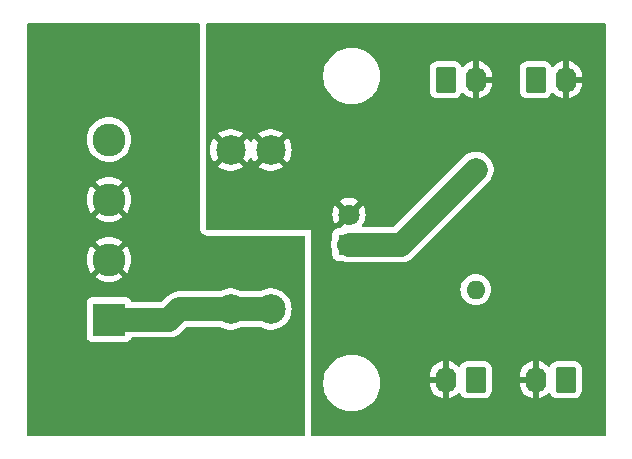
<source format=gbr>
%TF.GenerationSoftware,KiCad,Pcbnew,8.0.8*%
%TF.CreationDate,2025-04-29T10:47:01+02:00*%
%TF.ProjectId,stern-aux-power-distribution,73746572-6e2d-4617-9578-2d706f776572,rev?*%
%TF.SameCoordinates,Original*%
%TF.FileFunction,Copper,L2,Bot*%
%TF.FilePolarity,Positive*%
%FSLAX46Y46*%
G04 Gerber Fmt 4.6, Leading zero omitted, Abs format (unit mm)*
G04 Created by KiCad (PCBNEW 8.0.8) date 2025-04-29 10:47:01*
%MOMM*%
%LPD*%
G01*
G04 APERTURE LIST*
G04 Aperture macros list*
%AMRoundRect*
0 Rectangle with rounded corners*
0 $1 Rounding radius*
0 $2 $3 $4 $5 $6 $7 $8 $9 X,Y pos of 4 corners*
0 Add a 4 corners polygon primitive as box body*
4,1,4,$2,$3,$4,$5,$6,$7,$8,$9,$2,$3,0*
0 Add four circle primitives for the rounded corners*
1,1,$1+$1,$2,$3*
1,1,$1+$1,$4,$5*
1,1,$1+$1,$6,$7*
1,1,$1+$1,$8,$9*
0 Add four rect primitives between the rounded corners*
20,1,$1+$1,$2,$3,$4,$5,0*
20,1,$1+$1,$4,$5,$6,$7,0*
20,1,$1+$1,$6,$7,$8,$9,0*
20,1,$1+$1,$8,$9,$2,$3,0*%
G04 Aperture macros list end*
%TA.AperFunction,ComponentPad*%
%ADD10RoundRect,0.250000X-0.620000X-0.845000X0.620000X-0.845000X0.620000X0.845000X-0.620000X0.845000X0*%
%TD*%
%TA.AperFunction,ComponentPad*%
%ADD11O,1.740000X2.190000*%
%TD*%
%TA.AperFunction,ComponentPad*%
%ADD12C,1.600000*%
%TD*%
%TA.AperFunction,ComponentPad*%
%ADD13O,1.600000X1.600000*%
%TD*%
%TA.AperFunction,ComponentPad*%
%ADD14C,2.500000*%
%TD*%
%TA.AperFunction,ComponentPad*%
%ADD15RoundRect,0.250000X0.620000X0.845000X-0.620000X0.845000X-0.620000X-0.845000X0.620000X-0.845000X0*%
%TD*%
%TA.AperFunction,ComponentPad*%
%ADD16C,1.800000*%
%TD*%
%TA.AperFunction,ComponentPad*%
%ADD17R,1.800000X1.800000*%
%TD*%
%TA.AperFunction,ComponentPad*%
%ADD18C,2.780000*%
%TD*%
%TA.AperFunction,ComponentPad*%
%ADD19R,2.780000X2.780000*%
%TD*%
%TA.AperFunction,Conductor*%
%ADD20C,2.000000*%
%TD*%
G04 APERTURE END LIST*
D10*
%TO.P,J2,1,Pin_1*%
%TO.N,GND*%
X50530000Y-19480000D03*
D11*
%TO.P,J2,2,Pin_2*%
%TO.N,+12V*%
X53070000Y-19480000D03*
%TD*%
D12*
%TO.P,R1,1*%
%TO.N,Net-(D1-K)*%
X53070000Y-27100000D03*
D13*
%TO.P,R1,2*%
%TO.N,GND*%
X53070000Y-37260000D03*
%TD*%
D14*
%TO.P,F1,2*%
%TO.N,+12V*%
X35720000Y-25445000D03*
X32320000Y-25445000D03*
%TO.P,F1,1*%
%TO.N,Net-(J1-Pin_1)*%
X35720000Y-38915000D03*
X32320000Y-38915000D03*
%TD*%
D10*
%TO.P,J3,1,Pin_1*%
%TO.N,GND*%
X58150000Y-19480000D03*
D11*
%TO.P,J3,2,Pin_2*%
%TO.N,+12V*%
X60690000Y-19480000D03*
%TD*%
D15*
%TO.P,J4,1,Pin_1*%
%TO.N,GND*%
X53070000Y-44880000D03*
D11*
%TO.P,J4,2,Pin_2*%
%TO.N,+12V*%
X50530000Y-44880000D03*
%TD*%
D16*
%TO.P,D1,2,A*%
%TO.N,+12V*%
X42335000Y-30910000D03*
D17*
%TO.P,D1,1,K*%
%TO.N,Net-(D1-K)*%
X42335000Y-33450000D03*
%TD*%
D18*
%TO.P,J1,4,Pin_4*%
%TO.N,unconnected-(J1-Pin_4-Pad4)*%
X22015000Y-24560000D03*
%TO.P,J1,3,Pin_3*%
%TO.N,GND*%
X22015000Y-29640000D03*
%TO.P,J1,2,Pin_2*%
X22015000Y-34720000D03*
D19*
%TO.P,J1,1,Pin_1*%
%TO.N,Net-(J1-Pin_1)*%
X22015000Y-39800000D03*
%TD*%
D15*
%TO.P,J5,1,Pin_1*%
%TO.N,GND*%
X60690000Y-44880000D03*
D11*
%TO.P,J5,2,Pin_2*%
%TO.N,+12V*%
X58150000Y-44880000D03*
%TD*%
D20*
%TO.N,Net-(D1-K)*%
X42335000Y-33450000D02*
X46720000Y-33450000D01*
X53070000Y-27100000D02*
X46720000Y-33450000D01*
%TO.N,Net-(J1-Pin_1)*%
X27095000Y-39800000D02*
X22015000Y-39800000D01*
X35720000Y-38915000D02*
X27980000Y-38915000D01*
X27980000Y-38915000D02*
X27095000Y-39800000D01*
%TD*%
%TA.AperFunction,Conductor*%
%TO.N,GND*%
G36*
X29647539Y-14700185D02*
G01*
X29693294Y-14752989D01*
X29704500Y-14804500D01*
X29704500Y-19073569D01*
X29704500Y-24211344D01*
X29704500Y-25444999D01*
X29704500Y-26678654D01*
X29704500Y-32056000D01*
X29704501Y-32056009D01*
X29716052Y-32163450D01*
X29716054Y-32163462D01*
X29727260Y-32214972D01*
X29761383Y-32317497D01*
X29761386Y-32317503D01*
X29839171Y-32438537D01*
X29839179Y-32438548D01*
X29884923Y-32491340D01*
X29884926Y-32491343D01*
X29884930Y-32491347D01*
X29993664Y-32585567D01*
X30124541Y-32645338D01*
X30191580Y-32665023D01*
X30191584Y-32665024D01*
X30334000Y-32685500D01*
X38470500Y-32685500D01*
X38537539Y-32705185D01*
X38583294Y-32757989D01*
X38594500Y-32809500D01*
X38594500Y-49555500D01*
X38574815Y-49622539D01*
X38522011Y-49668294D01*
X38470500Y-49679500D01*
X15184500Y-49679500D01*
X15117461Y-49659815D01*
X15071706Y-49607011D01*
X15060500Y-49555500D01*
X15060500Y-38362135D01*
X20124500Y-38362135D01*
X20124500Y-41237870D01*
X20124501Y-41237876D01*
X20130908Y-41297483D01*
X20181202Y-41432328D01*
X20181206Y-41432335D01*
X20267452Y-41547544D01*
X20267455Y-41547547D01*
X20382664Y-41633793D01*
X20382671Y-41633797D01*
X20517517Y-41684091D01*
X20517516Y-41684091D01*
X20524444Y-41684835D01*
X20577127Y-41690500D01*
X23452872Y-41690499D01*
X23512483Y-41684091D01*
X23647331Y-41633796D01*
X23762546Y-41547546D01*
X23848796Y-41432331D01*
X23867879Y-41381168D01*
X23909750Y-41325234D01*
X23975214Y-41300816D01*
X23984061Y-41300500D01*
X27213097Y-41300500D01*
X27446368Y-41263553D01*
X27525393Y-41237876D01*
X27670992Y-41190568D01*
X27881434Y-41083343D01*
X28072510Y-40944517D01*
X28565208Y-40451819D01*
X28626531Y-40418334D01*
X28652889Y-40415500D01*
X31375111Y-40415500D01*
X31437708Y-40433880D01*
X31438272Y-40432905D01*
X31442287Y-40435222D01*
X31442296Y-40435228D01*
X31678673Y-40549061D01*
X31678674Y-40549061D01*
X31678677Y-40549063D01*
X31929385Y-40626396D01*
X32188818Y-40665500D01*
X32451182Y-40665500D01*
X32710615Y-40626396D01*
X32961323Y-40549063D01*
X33197704Y-40435228D01*
X33197717Y-40435218D01*
X33201728Y-40432905D01*
X33202692Y-40434576D01*
X33261491Y-40415547D01*
X33264889Y-40415500D01*
X34775111Y-40415500D01*
X34837708Y-40433880D01*
X34838272Y-40432905D01*
X34842287Y-40435222D01*
X34842296Y-40435228D01*
X35078673Y-40549061D01*
X35078674Y-40549061D01*
X35078677Y-40549063D01*
X35329385Y-40626396D01*
X35588818Y-40665500D01*
X35851182Y-40665500D01*
X36110615Y-40626396D01*
X36361323Y-40549063D01*
X36597704Y-40435228D01*
X36814479Y-40287433D01*
X37006805Y-40108981D01*
X37170386Y-39903857D01*
X37301568Y-39676643D01*
X37397420Y-39432416D01*
X37455802Y-39176630D01*
X37475408Y-38915000D01*
X37455802Y-38653370D01*
X37397420Y-38397584D01*
X37301568Y-38153357D01*
X37170386Y-37926143D01*
X37006805Y-37721019D01*
X37006804Y-37721018D01*
X37006801Y-37721014D01*
X36814479Y-37542567D01*
X36760267Y-37505606D01*
X36597704Y-37394772D01*
X36597698Y-37394769D01*
X36597697Y-37394768D01*
X36597696Y-37394767D01*
X36361325Y-37280938D01*
X36361327Y-37280938D01*
X36110623Y-37203606D01*
X36110619Y-37203605D01*
X36110615Y-37203604D01*
X35985823Y-37184794D01*
X35851187Y-37164500D01*
X35851182Y-37164500D01*
X35588818Y-37164500D01*
X35588812Y-37164500D01*
X35427247Y-37188853D01*
X35329385Y-37203604D01*
X35329382Y-37203605D01*
X35329376Y-37203606D01*
X35078673Y-37280938D01*
X34842301Y-37394769D01*
X34838272Y-37397095D01*
X34837307Y-37395423D01*
X34778509Y-37414453D01*
X34775111Y-37414500D01*
X33264889Y-37414500D01*
X33202291Y-37396119D01*
X33201728Y-37397095D01*
X33197708Y-37394775D01*
X33197704Y-37394772D01*
X32961325Y-37280938D01*
X32961327Y-37280938D01*
X32710623Y-37203606D01*
X32710619Y-37203605D01*
X32710615Y-37203604D01*
X32585823Y-37184794D01*
X32451187Y-37164500D01*
X32451182Y-37164500D01*
X32188818Y-37164500D01*
X32188812Y-37164500D01*
X32027247Y-37188853D01*
X31929385Y-37203604D01*
X31929382Y-37203605D01*
X31929376Y-37203606D01*
X31678673Y-37280938D01*
X31442301Y-37394769D01*
X31438272Y-37397095D01*
X31437307Y-37395423D01*
X31378509Y-37414453D01*
X31375111Y-37414500D01*
X27861903Y-37414500D01*
X27628631Y-37451446D01*
X27404003Y-37524433D01*
X27193565Y-37631657D01*
X27002488Y-37770484D01*
X27002487Y-37770485D01*
X26509792Y-38263181D01*
X26448469Y-38296666D01*
X26422111Y-38299500D01*
X23984061Y-38299500D01*
X23917022Y-38279815D01*
X23871267Y-38227011D01*
X23867879Y-38218832D01*
X23848798Y-38167673D01*
X23848793Y-38167664D01*
X23762547Y-38052455D01*
X23762544Y-38052452D01*
X23647335Y-37966206D01*
X23647328Y-37966202D01*
X23512482Y-37915908D01*
X23512483Y-37915908D01*
X23452883Y-37909501D01*
X23452881Y-37909500D01*
X23452873Y-37909500D01*
X23452864Y-37909500D01*
X20577129Y-37909500D01*
X20577123Y-37909501D01*
X20517516Y-37915908D01*
X20382671Y-37966202D01*
X20382664Y-37966206D01*
X20267455Y-38052452D01*
X20267452Y-38052455D01*
X20181206Y-38167664D01*
X20181202Y-38167671D01*
X20130908Y-38302517D01*
X20124501Y-38362116D01*
X20124500Y-38362135D01*
X15060500Y-38362135D01*
X15060500Y-34719998D01*
X20120172Y-34719998D01*
X20120172Y-34720001D01*
X20139459Y-34989663D01*
X20139460Y-34989670D01*
X20196924Y-35253830D01*
X20291404Y-35507141D01*
X20291406Y-35507145D01*
X20420965Y-35744415D01*
X20420970Y-35744423D01*
X20513464Y-35867980D01*
X20513465Y-35867981D01*
X21231732Y-35149713D01*
X21323692Y-35287342D01*
X21447658Y-35411308D01*
X21585285Y-35503266D01*
X20867017Y-36221533D01*
X20990583Y-36314033D01*
X20990584Y-36314034D01*
X21227854Y-36443593D01*
X21227858Y-36443595D01*
X21481169Y-36538075D01*
X21745329Y-36595539D01*
X21745336Y-36595540D01*
X22014999Y-36614828D01*
X22015001Y-36614828D01*
X22284663Y-36595540D01*
X22284670Y-36595539D01*
X22548830Y-36538075D01*
X22802141Y-36443595D01*
X22802145Y-36443593D01*
X23039424Y-36314029D01*
X23162980Y-36221534D01*
X23162981Y-36221533D01*
X22444714Y-35503267D01*
X22582342Y-35411308D01*
X22706308Y-35287342D01*
X22798267Y-35149714D01*
X23516533Y-35867981D01*
X23516534Y-35867980D01*
X23609029Y-35744424D01*
X23738593Y-35507145D01*
X23738595Y-35507141D01*
X23833075Y-35253830D01*
X23890539Y-34989670D01*
X23890540Y-34989663D01*
X23909828Y-34720001D01*
X23909828Y-34719998D01*
X23890540Y-34450336D01*
X23890539Y-34450329D01*
X23833075Y-34186169D01*
X23738595Y-33932858D01*
X23738593Y-33932854D01*
X23609034Y-33695584D01*
X23609033Y-33695583D01*
X23516533Y-33572017D01*
X22798266Y-34290284D01*
X22706308Y-34152658D01*
X22582342Y-34028692D01*
X22444713Y-33936732D01*
X23162981Y-33218465D01*
X23162980Y-33218464D01*
X23039423Y-33125970D01*
X23039415Y-33125965D01*
X22802145Y-32996406D01*
X22802141Y-32996404D01*
X22548830Y-32901924D01*
X22284670Y-32844460D01*
X22284663Y-32844459D01*
X22015001Y-32825172D01*
X22014999Y-32825172D01*
X21745336Y-32844459D01*
X21745329Y-32844460D01*
X21481169Y-32901924D01*
X21227858Y-32996404D01*
X21227854Y-32996406D01*
X20990584Y-33125965D01*
X20990576Y-33125970D01*
X20867018Y-33218464D01*
X20867017Y-33218465D01*
X21585285Y-33936732D01*
X21447658Y-34028692D01*
X21323692Y-34152658D01*
X21231732Y-34290285D01*
X20513465Y-33572017D01*
X20513464Y-33572018D01*
X20420970Y-33695576D01*
X20420965Y-33695584D01*
X20291406Y-33932854D01*
X20291404Y-33932858D01*
X20196924Y-34186169D01*
X20139460Y-34450329D01*
X20139459Y-34450336D01*
X20120172Y-34719998D01*
X15060500Y-34719998D01*
X15060500Y-29639998D01*
X20120172Y-29639998D01*
X20120172Y-29640001D01*
X20139459Y-29909663D01*
X20139460Y-29909670D01*
X20196924Y-30173830D01*
X20291404Y-30427141D01*
X20291406Y-30427145D01*
X20420965Y-30664415D01*
X20420970Y-30664423D01*
X20513464Y-30787980D01*
X20513465Y-30787981D01*
X21231732Y-30069713D01*
X21323692Y-30207342D01*
X21447658Y-30331308D01*
X21585285Y-30423266D01*
X20867017Y-31141533D01*
X20990583Y-31234033D01*
X20990584Y-31234034D01*
X21227854Y-31363593D01*
X21227858Y-31363595D01*
X21481169Y-31458075D01*
X21745329Y-31515539D01*
X21745336Y-31515540D01*
X22014999Y-31534828D01*
X22015001Y-31534828D01*
X22284663Y-31515540D01*
X22284670Y-31515539D01*
X22548830Y-31458075D01*
X22802141Y-31363595D01*
X22802145Y-31363593D01*
X23039424Y-31234029D01*
X23162980Y-31141534D01*
X23162981Y-31141533D01*
X22444714Y-30423267D01*
X22582342Y-30331308D01*
X22706308Y-30207342D01*
X22798267Y-30069714D01*
X23516533Y-30787981D01*
X23516534Y-30787980D01*
X23609029Y-30664424D01*
X23738593Y-30427145D01*
X23738595Y-30427141D01*
X23833075Y-30173830D01*
X23890539Y-29909670D01*
X23890540Y-29909663D01*
X23909828Y-29640001D01*
X23909828Y-29639998D01*
X23890540Y-29370336D01*
X23890539Y-29370329D01*
X23833075Y-29106169D01*
X23738595Y-28852858D01*
X23738593Y-28852854D01*
X23609034Y-28615584D01*
X23609033Y-28615583D01*
X23516533Y-28492017D01*
X22798266Y-29210284D01*
X22706308Y-29072658D01*
X22582342Y-28948692D01*
X22444713Y-28856732D01*
X23162981Y-28138465D01*
X23162980Y-28138464D01*
X23039423Y-28045970D01*
X23039415Y-28045965D01*
X22802145Y-27916406D01*
X22802141Y-27916404D01*
X22548830Y-27821924D01*
X22284670Y-27764460D01*
X22284663Y-27764459D01*
X22015001Y-27745172D01*
X22014999Y-27745172D01*
X21745336Y-27764459D01*
X21745329Y-27764460D01*
X21481169Y-27821924D01*
X21227858Y-27916404D01*
X21227854Y-27916406D01*
X20990584Y-28045965D01*
X20990576Y-28045970D01*
X20867018Y-28138464D01*
X20867017Y-28138465D01*
X21585285Y-28856732D01*
X21447658Y-28948692D01*
X21323692Y-29072658D01*
X21231732Y-29210285D01*
X20513465Y-28492017D01*
X20513464Y-28492018D01*
X20420970Y-28615576D01*
X20420965Y-28615584D01*
X20291406Y-28852854D01*
X20291404Y-28852858D01*
X20196924Y-29106169D01*
X20139460Y-29370329D01*
X20139459Y-29370336D01*
X20120172Y-29639998D01*
X15060500Y-29639998D01*
X15060500Y-24559998D01*
X20119671Y-24559998D01*
X20119671Y-24560001D01*
X20138963Y-24829733D01*
X20138964Y-24829740D01*
X20196443Y-25093971D01*
X20290948Y-25347349D01*
X20290950Y-25347353D01*
X20420544Y-25584686D01*
X20420549Y-25584694D01*
X20582599Y-25801169D01*
X20582615Y-25801187D01*
X20773812Y-25992384D01*
X20773830Y-25992400D01*
X20990305Y-26154450D01*
X20990313Y-26154455D01*
X21227646Y-26284049D01*
X21227650Y-26284051D01*
X21227652Y-26284052D01*
X21481024Y-26378555D01*
X21481027Y-26378555D01*
X21481028Y-26378556D01*
X21569105Y-26397715D01*
X21745267Y-26436037D01*
X21995707Y-26453949D01*
X22014999Y-26455329D01*
X22015000Y-26455329D01*
X22015001Y-26455329D01*
X22033005Y-26454041D01*
X22284733Y-26436037D01*
X22548976Y-26378555D01*
X22802348Y-26284052D01*
X23039692Y-26154452D01*
X23256177Y-25992394D01*
X23447394Y-25801177D01*
X23609452Y-25584692D01*
X23739052Y-25347348D01*
X23833555Y-25093976D01*
X23891037Y-24829733D01*
X23910329Y-24560000D01*
X23891037Y-24290267D01*
X23833555Y-24026024D01*
X23739052Y-23772652D01*
X23609452Y-23535308D01*
X23609450Y-23535305D01*
X23447400Y-23318830D01*
X23447384Y-23318812D01*
X23256187Y-23127615D01*
X23256169Y-23127599D01*
X23039694Y-22965549D01*
X23039686Y-22965544D01*
X22802353Y-22835950D01*
X22802349Y-22835948D01*
X22548971Y-22741443D01*
X22284740Y-22683964D01*
X22284733Y-22683963D01*
X22015001Y-22664671D01*
X22014999Y-22664671D01*
X21745266Y-22683963D01*
X21745259Y-22683964D01*
X21481028Y-22741443D01*
X21227650Y-22835948D01*
X21227646Y-22835950D01*
X20990313Y-22965544D01*
X20990305Y-22965549D01*
X20773830Y-23127599D01*
X20773812Y-23127615D01*
X20582615Y-23318812D01*
X20582599Y-23318830D01*
X20420549Y-23535305D01*
X20420544Y-23535313D01*
X20290950Y-23772646D01*
X20290948Y-23772650D01*
X20196443Y-24026028D01*
X20138964Y-24290259D01*
X20138963Y-24290266D01*
X20119671Y-24559998D01*
X15060500Y-24559998D01*
X15060500Y-14804500D01*
X15080185Y-14737461D01*
X15132989Y-14691706D01*
X15184500Y-14680500D01*
X29580500Y-14680500D01*
X29647539Y-14700185D01*
G37*
%TD.AperFunction*%
%TD*%
%TA.AperFunction,Conductor*%
%TO.N,+12V*%
G36*
X64002539Y-14700185D02*
G01*
X64048294Y-14752989D01*
X64059500Y-14804500D01*
X64059500Y-49555500D01*
X64039815Y-49622539D01*
X63987011Y-49668294D01*
X63935500Y-49679500D01*
X39224000Y-49679500D01*
X39156961Y-49659815D01*
X39111206Y-49607011D01*
X39100000Y-49555500D01*
X39100000Y-45045186D01*
X40159500Y-45045186D01*
X40159500Y-45314813D01*
X40189686Y-45582719D01*
X40189688Y-45582731D01*
X40249684Y-45845594D01*
X40249687Y-45845602D01*
X40338734Y-46100082D01*
X40455714Y-46342994D01*
X40497699Y-46409812D01*
X40599162Y-46571289D01*
X40767266Y-46782085D01*
X40957915Y-46972734D01*
X41168711Y-47140838D01*
X41397003Y-47284284D01*
X41639921Y-47401267D01*
X41831049Y-47468145D01*
X41894397Y-47490312D01*
X41894405Y-47490315D01*
X41894408Y-47490315D01*
X41894409Y-47490316D01*
X42157268Y-47550312D01*
X42425187Y-47580499D01*
X42425188Y-47580500D01*
X42425191Y-47580500D01*
X42694812Y-47580500D01*
X42694812Y-47580499D01*
X42962732Y-47550312D01*
X43225591Y-47490316D01*
X43480079Y-47401267D01*
X43722997Y-47284284D01*
X43951289Y-47140838D01*
X44162085Y-46972734D01*
X44352734Y-46782085D01*
X44520838Y-46571289D01*
X44664284Y-46342997D01*
X44781267Y-46100079D01*
X44870316Y-45845591D01*
X44930312Y-45582732D01*
X44960500Y-45314809D01*
X44960500Y-45045191D01*
X44930312Y-44777268D01*
X44877796Y-44547179D01*
X49160000Y-44547179D01*
X49160000Y-44630000D01*
X49987291Y-44630000D01*
X49975548Y-44650339D01*
X49935000Y-44801667D01*
X49935000Y-44958333D01*
X49975548Y-45109661D01*
X49987291Y-45130000D01*
X49160000Y-45130000D01*
X49160000Y-45212820D01*
X49193734Y-45425809D01*
X49260372Y-45630901D01*
X49358271Y-45823036D01*
X49485025Y-45997496D01*
X49485025Y-45997497D01*
X49637502Y-46149974D01*
X49811963Y-46276728D01*
X50004098Y-46374627D01*
X50209190Y-46441266D01*
X50280000Y-46452481D01*
X50280000Y-45422709D01*
X50300339Y-45434452D01*
X50451667Y-45475000D01*
X50608333Y-45475000D01*
X50759661Y-45434452D01*
X50780000Y-45422709D01*
X50780000Y-46452480D01*
X50850809Y-46441266D01*
X51055901Y-46374627D01*
X51248036Y-46276728D01*
X51422493Y-46149977D01*
X51564578Y-46007892D01*
X51625901Y-45974407D01*
X51695593Y-45979391D01*
X51751527Y-46021262D01*
X51764640Y-46043165D01*
X51765181Y-46044325D01*
X51765185Y-46044331D01*
X51765186Y-46044334D01*
X51857288Y-46193656D01*
X51981344Y-46317712D01*
X52130666Y-46409814D01*
X52297203Y-46464999D01*
X52399991Y-46475500D01*
X53740008Y-46475499D01*
X53842797Y-46464999D01*
X54009334Y-46409814D01*
X54158656Y-46317712D01*
X54282712Y-46193656D01*
X54374814Y-46044334D01*
X54429999Y-45877797D01*
X54440500Y-45775009D01*
X54440499Y-44547179D01*
X56780000Y-44547179D01*
X56780000Y-44630000D01*
X57607291Y-44630000D01*
X57595548Y-44650339D01*
X57555000Y-44801667D01*
X57555000Y-44958333D01*
X57595548Y-45109661D01*
X57607291Y-45130000D01*
X56780000Y-45130000D01*
X56780000Y-45212820D01*
X56813734Y-45425809D01*
X56880372Y-45630901D01*
X56978271Y-45823036D01*
X57105025Y-45997496D01*
X57105025Y-45997497D01*
X57257502Y-46149974D01*
X57431963Y-46276728D01*
X57624098Y-46374627D01*
X57829190Y-46441266D01*
X57900000Y-46452481D01*
X57900000Y-45422709D01*
X57920339Y-45434452D01*
X58071667Y-45475000D01*
X58228333Y-45475000D01*
X58379661Y-45434452D01*
X58400000Y-45422709D01*
X58400000Y-46452480D01*
X58470809Y-46441266D01*
X58675901Y-46374627D01*
X58868036Y-46276728D01*
X59042493Y-46149977D01*
X59184578Y-46007892D01*
X59245901Y-45974407D01*
X59315593Y-45979391D01*
X59371527Y-46021262D01*
X59384640Y-46043165D01*
X59385181Y-46044325D01*
X59385185Y-46044331D01*
X59385186Y-46044334D01*
X59477288Y-46193656D01*
X59601344Y-46317712D01*
X59750666Y-46409814D01*
X59917203Y-46464999D01*
X60019991Y-46475500D01*
X61360008Y-46475499D01*
X61462797Y-46464999D01*
X61629334Y-46409814D01*
X61778656Y-46317712D01*
X61902712Y-46193656D01*
X61994814Y-46044334D01*
X62049999Y-45877797D01*
X62060500Y-45775009D01*
X62060499Y-43984992D01*
X62049999Y-43882203D01*
X61994814Y-43715666D01*
X61902712Y-43566344D01*
X61778656Y-43442288D01*
X61629334Y-43350186D01*
X61462797Y-43295001D01*
X61462795Y-43295000D01*
X61360010Y-43284500D01*
X60019998Y-43284500D01*
X60019981Y-43284501D01*
X59917203Y-43295000D01*
X59917200Y-43295001D01*
X59750668Y-43350185D01*
X59750663Y-43350187D01*
X59601342Y-43442289D01*
X59477289Y-43566342D01*
X59385182Y-43715672D01*
X59384638Y-43716840D01*
X59384051Y-43717505D01*
X59381395Y-43721813D01*
X59380658Y-43721358D01*
X59338461Y-43769275D01*
X59271266Y-43788422D01*
X59204387Y-43768201D01*
X59184579Y-43752107D01*
X59042497Y-43610025D01*
X58868036Y-43483271D01*
X58675899Y-43385372D01*
X58470805Y-43318733D01*
X58400000Y-43307518D01*
X58400000Y-44337290D01*
X58379661Y-44325548D01*
X58228333Y-44285000D01*
X58071667Y-44285000D01*
X57920339Y-44325548D01*
X57900000Y-44337290D01*
X57900000Y-43307518D01*
X57899999Y-43307518D01*
X57829194Y-43318733D01*
X57624100Y-43385372D01*
X57431963Y-43483271D01*
X57257503Y-43610025D01*
X57257502Y-43610025D01*
X57105025Y-43762502D01*
X57105025Y-43762503D01*
X56978271Y-43936963D01*
X56880372Y-44129098D01*
X56813734Y-44334190D01*
X56780000Y-44547179D01*
X54440499Y-44547179D01*
X54440499Y-43984992D01*
X54429999Y-43882203D01*
X54374814Y-43715666D01*
X54282712Y-43566344D01*
X54158656Y-43442288D01*
X54009334Y-43350186D01*
X53842797Y-43295001D01*
X53842795Y-43295000D01*
X53740010Y-43284500D01*
X52399998Y-43284500D01*
X52399981Y-43284501D01*
X52297203Y-43295000D01*
X52297200Y-43295001D01*
X52130668Y-43350185D01*
X52130663Y-43350187D01*
X51981342Y-43442289D01*
X51857289Y-43566342D01*
X51765182Y-43715672D01*
X51764638Y-43716840D01*
X51764051Y-43717505D01*
X51761395Y-43721813D01*
X51760658Y-43721358D01*
X51718461Y-43769275D01*
X51651266Y-43788422D01*
X51584387Y-43768201D01*
X51564579Y-43752107D01*
X51422497Y-43610025D01*
X51248036Y-43483271D01*
X51055899Y-43385372D01*
X50850805Y-43318733D01*
X50780000Y-43307518D01*
X50780000Y-44337290D01*
X50759661Y-44325548D01*
X50608333Y-44285000D01*
X50451667Y-44285000D01*
X50300339Y-44325548D01*
X50280000Y-44337290D01*
X50280000Y-43307518D01*
X50279999Y-43307518D01*
X50209194Y-43318733D01*
X50004100Y-43385372D01*
X49811963Y-43483271D01*
X49637503Y-43610025D01*
X49637502Y-43610025D01*
X49485025Y-43762502D01*
X49485025Y-43762503D01*
X49358271Y-43936963D01*
X49260372Y-44129098D01*
X49193734Y-44334190D01*
X49160000Y-44547179D01*
X44877796Y-44547179D01*
X44870316Y-44514409D01*
X44781267Y-44259921D01*
X44664284Y-44017003D01*
X44520838Y-43788711D01*
X44352734Y-43577915D01*
X44162085Y-43387266D01*
X43951289Y-43219162D01*
X43722997Y-43075716D01*
X43722994Y-43075714D01*
X43480082Y-42958734D01*
X43225602Y-42869687D01*
X43225594Y-42869684D01*
X43028446Y-42824687D01*
X42962732Y-42809688D01*
X42962728Y-42809687D01*
X42962719Y-42809686D01*
X42694813Y-42779500D01*
X42694809Y-42779500D01*
X42425191Y-42779500D01*
X42425186Y-42779500D01*
X42157280Y-42809686D01*
X42157268Y-42809688D01*
X41894405Y-42869684D01*
X41894397Y-42869687D01*
X41639917Y-42958734D01*
X41397005Y-43075714D01*
X41168712Y-43219161D01*
X40957915Y-43387265D01*
X40767265Y-43577915D01*
X40599161Y-43788712D01*
X40455714Y-44017005D01*
X40338734Y-44259917D01*
X40249687Y-44514397D01*
X40249684Y-44514405D01*
X40189688Y-44777268D01*
X40189686Y-44777280D01*
X40159500Y-45045186D01*
X39100000Y-45045186D01*
X39100000Y-37259998D01*
X51764532Y-37259998D01*
X51764532Y-37260001D01*
X51784364Y-37486686D01*
X51784366Y-37486697D01*
X51843258Y-37706488D01*
X51843261Y-37706497D01*
X51939431Y-37912732D01*
X51939432Y-37912734D01*
X52069954Y-38099141D01*
X52230858Y-38260045D01*
X52230861Y-38260047D01*
X52417266Y-38390568D01*
X52623504Y-38486739D01*
X52843308Y-38545635D01*
X53005230Y-38559801D01*
X53069998Y-38565468D01*
X53070000Y-38565468D01*
X53070002Y-38565468D01*
X53126673Y-38560509D01*
X53296692Y-38545635D01*
X53516496Y-38486739D01*
X53722734Y-38390568D01*
X53909139Y-38260047D01*
X54070047Y-38099139D01*
X54200568Y-37912734D01*
X54296739Y-37706496D01*
X54355635Y-37486692D01*
X54375468Y-37260000D01*
X54355635Y-37033308D01*
X54296739Y-36813504D01*
X54200568Y-36607266D01*
X54070047Y-36420861D01*
X54070045Y-36420858D01*
X53909141Y-36259954D01*
X53722734Y-36129432D01*
X53722732Y-36129431D01*
X53516497Y-36033261D01*
X53516488Y-36033258D01*
X53296697Y-35974366D01*
X53296693Y-35974365D01*
X53296692Y-35974365D01*
X53296691Y-35974364D01*
X53296686Y-35974364D01*
X53070002Y-35954532D01*
X53069998Y-35954532D01*
X52843313Y-35974364D01*
X52843302Y-35974366D01*
X52623511Y-36033258D01*
X52623502Y-36033261D01*
X52417267Y-36129431D01*
X52417265Y-36129432D01*
X52230858Y-36259954D01*
X52069954Y-36420858D01*
X51939432Y-36607265D01*
X51939431Y-36607267D01*
X51843261Y-36813502D01*
X51843258Y-36813511D01*
X51784366Y-37033302D01*
X51784364Y-37033313D01*
X51764532Y-37259998D01*
X39100000Y-37259998D01*
X39100000Y-33331902D01*
X40834500Y-33331902D01*
X40834500Y-33568097D01*
X40871446Y-33801368D01*
X40928431Y-33976747D01*
X40934500Y-34015065D01*
X40934500Y-34397869D01*
X40934501Y-34397876D01*
X40940908Y-34457483D01*
X40991202Y-34592328D01*
X40991206Y-34592335D01*
X41077452Y-34707544D01*
X41077455Y-34707547D01*
X41192664Y-34793793D01*
X41192671Y-34793797D01*
X41237618Y-34810561D01*
X41327517Y-34844091D01*
X41387127Y-34850500D01*
X41769933Y-34850499D01*
X41808251Y-34856568D01*
X41859661Y-34873272D01*
X41983632Y-34913553D01*
X42071110Y-34927408D01*
X42216903Y-34950500D01*
X42216908Y-34950500D01*
X46838097Y-34950500D01*
X47071368Y-34913553D01*
X47295992Y-34840568D01*
X47506434Y-34733343D01*
X47697510Y-34594517D01*
X54214517Y-28077510D01*
X54353343Y-27886434D01*
X54460568Y-27675992D01*
X54533553Y-27451369D01*
X54549973Y-27347690D01*
X54570500Y-27218097D01*
X54570500Y-26981902D01*
X54533553Y-26748631D01*
X54460566Y-26524003D01*
X54353342Y-26313566D01*
X54214517Y-26122490D01*
X54047510Y-25955483D01*
X53856433Y-25816657D01*
X53820902Y-25798553D01*
X53645996Y-25709433D01*
X53421368Y-25636446D01*
X53188097Y-25599500D01*
X53188092Y-25599500D01*
X52951908Y-25599500D01*
X52951903Y-25599500D01*
X52718634Y-25636446D01*
X52494005Y-25709433D01*
X52283565Y-25816657D01*
X52092488Y-25955484D01*
X52092487Y-25955485D01*
X46134792Y-31913181D01*
X46073469Y-31946666D01*
X46047111Y-31949500D01*
X43557301Y-31949500D01*
X43490262Y-31929815D01*
X43444507Y-31877011D01*
X43434563Y-31807853D01*
X43453492Y-31757679D01*
X43570483Y-31578609D01*
X43663682Y-31366135D01*
X43720638Y-31141218D01*
X43739798Y-30910005D01*
X43739798Y-30909994D01*
X43720638Y-30678781D01*
X43663682Y-30453864D01*
X43570483Y-30241390D01*
X43486186Y-30112364D01*
X42777138Y-30821414D01*
X42754333Y-30736306D01*
X42695090Y-30633694D01*
X42611306Y-30549910D01*
X42508694Y-30490667D01*
X42423584Y-30467861D01*
X43133797Y-29757647D01*
X43133797Y-29757645D01*
X43103360Y-29733955D01*
X43103354Y-29733951D01*
X42899302Y-29623523D01*
X42899293Y-29623520D01*
X42679860Y-29548188D01*
X42451007Y-29510000D01*
X42218993Y-29510000D01*
X41990139Y-29548188D01*
X41770706Y-29623520D01*
X41770697Y-29623523D01*
X41566650Y-29733949D01*
X41536200Y-29757647D01*
X42246415Y-30467861D01*
X42161306Y-30490667D01*
X42058694Y-30549910D01*
X41974910Y-30633694D01*
X41915667Y-30736306D01*
X41892861Y-30821414D01*
X41183812Y-30112365D01*
X41099516Y-30241391D01*
X41099514Y-30241395D01*
X41006317Y-30453864D01*
X40949361Y-30678781D01*
X40930202Y-30909994D01*
X40930202Y-30910005D01*
X40949361Y-31141218D01*
X41006317Y-31366135D01*
X41099516Y-31578609D01*
X41183811Y-31707633D01*
X41892861Y-30998584D01*
X41915667Y-31083694D01*
X41974910Y-31186306D01*
X42058694Y-31270090D01*
X42161306Y-31329333D01*
X42246415Y-31352138D01*
X41585370Y-32013181D01*
X41524047Y-32046666D01*
X41497690Y-32049500D01*
X41387130Y-32049500D01*
X41387123Y-32049501D01*
X41327516Y-32055908D01*
X41192671Y-32106202D01*
X41192664Y-32106206D01*
X41077455Y-32192452D01*
X41077452Y-32192455D01*
X40991206Y-32307664D01*
X40991202Y-32307671D01*
X40940908Y-32442517D01*
X40934501Y-32502116D01*
X40934500Y-32502135D01*
X40934500Y-32884934D01*
X40928431Y-32923252D01*
X40871447Y-33098630D01*
X40834500Y-33331902D01*
X39100000Y-33331902D01*
X39100000Y-32180000D01*
X30334000Y-32180000D01*
X30266961Y-32160315D01*
X30221206Y-32107511D01*
X30210000Y-32056000D01*
X30210000Y-25444995D01*
X30565093Y-25444995D01*
X30565093Y-25445004D01*
X30584692Y-25706545D01*
X30584693Y-25706550D01*
X30643058Y-25962270D01*
X30738883Y-26206426D01*
X30738882Y-26206426D01*
X30870029Y-26433576D01*
X30917873Y-26493572D01*
X31604152Y-25807292D01*
X31611049Y-25823942D01*
X31698599Y-25954970D01*
X31810030Y-26066401D01*
X31941058Y-26153951D01*
X31957705Y-26160846D01*
X31270830Y-26847720D01*
X31442546Y-26964793D01*
X31442550Y-26964795D01*
X31678854Y-27078594D01*
X31678858Y-27078595D01*
X31929494Y-27155907D01*
X31929500Y-27155909D01*
X32188848Y-27194999D01*
X32188857Y-27195000D01*
X32451143Y-27195000D01*
X32451151Y-27194999D01*
X32710499Y-27155909D01*
X32710505Y-27155907D01*
X32961143Y-27078595D01*
X33197445Y-26964798D01*
X33197447Y-26964797D01*
X33369168Y-26847720D01*
X32682294Y-26160846D01*
X32698942Y-26153951D01*
X32829970Y-26066401D01*
X32941401Y-25954970D01*
X33028951Y-25823942D01*
X33035846Y-25807293D01*
X33722125Y-26493572D01*
X33769971Y-26433573D01*
X33901113Y-26206431D01*
X33904570Y-26197625D01*
X33947385Y-26142410D01*
X34013254Y-26119108D01*
X34081266Y-26135116D01*
X34129825Y-26185353D01*
X34135430Y-26197625D01*
X34138886Y-26206431D01*
X34270029Y-26433576D01*
X34317873Y-26493572D01*
X35004152Y-25807292D01*
X35011049Y-25823942D01*
X35098599Y-25954970D01*
X35210030Y-26066401D01*
X35341058Y-26153951D01*
X35357705Y-26160846D01*
X34670830Y-26847720D01*
X34842546Y-26964793D01*
X34842550Y-26964795D01*
X35078854Y-27078594D01*
X35078858Y-27078595D01*
X35329494Y-27155907D01*
X35329500Y-27155909D01*
X35588848Y-27194999D01*
X35588857Y-27195000D01*
X35851143Y-27195000D01*
X35851151Y-27194999D01*
X36110499Y-27155909D01*
X36110505Y-27155907D01*
X36361143Y-27078595D01*
X36597445Y-26964798D01*
X36597447Y-26964797D01*
X36769168Y-26847720D01*
X36082294Y-26160846D01*
X36098942Y-26153951D01*
X36229970Y-26066401D01*
X36341401Y-25954970D01*
X36428951Y-25823942D01*
X36435846Y-25807293D01*
X37122125Y-26493572D01*
X37169971Y-26433573D01*
X37301116Y-26206426D01*
X37396941Y-25962270D01*
X37455306Y-25706550D01*
X37455307Y-25706545D01*
X37474907Y-25445004D01*
X37474907Y-25444995D01*
X37455307Y-25183454D01*
X37455306Y-25183449D01*
X37396941Y-24927729D01*
X37301116Y-24683573D01*
X37301117Y-24683573D01*
X37169972Y-24456426D01*
X37122124Y-24396427D01*
X36435846Y-25082705D01*
X36428951Y-25066058D01*
X36341401Y-24935030D01*
X36229970Y-24823599D01*
X36098942Y-24736049D01*
X36082293Y-24729152D01*
X36769168Y-24042278D01*
X36597454Y-23925206D01*
X36597445Y-23925201D01*
X36361142Y-23811404D01*
X36361144Y-23811404D01*
X36110505Y-23734092D01*
X36110499Y-23734090D01*
X35851151Y-23695000D01*
X35588848Y-23695000D01*
X35329500Y-23734090D01*
X35329494Y-23734092D01*
X35078858Y-23811404D01*
X35078854Y-23811405D01*
X34842547Y-23925205D01*
X34842539Y-23925210D01*
X34670830Y-24042277D01*
X35357706Y-24729152D01*
X35341058Y-24736049D01*
X35210030Y-24823599D01*
X35098599Y-24935030D01*
X35011049Y-25066058D01*
X35004153Y-25082706D01*
X34317874Y-24396427D01*
X34270028Y-24456425D01*
X34138883Y-24683573D01*
X34135428Y-24692377D01*
X34092612Y-24747591D01*
X34026742Y-24770892D01*
X33958732Y-24754881D01*
X33910173Y-24704643D01*
X33904572Y-24692377D01*
X33901116Y-24683573D01*
X33901117Y-24683573D01*
X33769972Y-24456426D01*
X33722124Y-24396427D01*
X33035846Y-25082705D01*
X33028951Y-25066058D01*
X32941401Y-24935030D01*
X32829970Y-24823599D01*
X32698942Y-24736049D01*
X32682293Y-24729152D01*
X33369168Y-24042278D01*
X33197454Y-23925206D01*
X33197445Y-23925201D01*
X32961142Y-23811404D01*
X32961144Y-23811404D01*
X32710505Y-23734092D01*
X32710499Y-23734090D01*
X32451151Y-23695000D01*
X32188848Y-23695000D01*
X31929500Y-23734090D01*
X31929494Y-23734092D01*
X31678858Y-23811404D01*
X31678854Y-23811405D01*
X31442547Y-23925205D01*
X31442539Y-23925210D01*
X31270830Y-24042277D01*
X31957706Y-24729152D01*
X31941058Y-24736049D01*
X31810030Y-24823599D01*
X31698599Y-24935030D01*
X31611049Y-25066058D01*
X31604153Y-25082706D01*
X30917874Y-24396427D01*
X30870028Y-24456425D01*
X30738883Y-24683573D01*
X30643058Y-24927729D01*
X30584693Y-25183449D01*
X30584692Y-25183454D01*
X30565093Y-25444995D01*
X30210000Y-25444995D01*
X30210000Y-19045186D01*
X40159500Y-19045186D01*
X40159500Y-19314813D01*
X40189686Y-19582719D01*
X40189688Y-19582731D01*
X40249684Y-19845594D01*
X40249687Y-19845602D01*
X40338734Y-20100082D01*
X40455714Y-20342994D01*
X40475836Y-20375018D01*
X40599162Y-20571289D01*
X40767266Y-20782085D01*
X40957915Y-20972734D01*
X41168711Y-21140838D01*
X41397003Y-21284284D01*
X41639921Y-21401267D01*
X41831049Y-21468145D01*
X41894397Y-21490312D01*
X41894405Y-21490315D01*
X41894408Y-21490315D01*
X41894409Y-21490316D01*
X42157268Y-21550312D01*
X42425187Y-21580499D01*
X42425188Y-21580500D01*
X42425191Y-21580500D01*
X42694812Y-21580500D01*
X42694812Y-21580499D01*
X42962732Y-21550312D01*
X43225591Y-21490316D01*
X43480079Y-21401267D01*
X43722997Y-21284284D01*
X43951289Y-21140838D01*
X44162085Y-20972734D01*
X44352734Y-20782085D01*
X44520838Y-20571289D01*
X44664284Y-20342997D01*
X44781267Y-20100079D01*
X44870316Y-19845591D01*
X44930312Y-19582732D01*
X44960500Y-19314809D01*
X44960500Y-19045191D01*
X44930312Y-18777268D01*
X44886424Y-18584983D01*
X49159500Y-18584983D01*
X49159500Y-20375001D01*
X49159501Y-20375018D01*
X49170000Y-20477796D01*
X49170001Y-20477799D01*
X49207774Y-20591788D01*
X49225186Y-20644334D01*
X49317288Y-20793656D01*
X49441344Y-20917712D01*
X49590666Y-21009814D01*
X49757203Y-21064999D01*
X49859991Y-21075500D01*
X51200008Y-21075499D01*
X51302797Y-21064999D01*
X51469334Y-21009814D01*
X51618656Y-20917712D01*
X51742712Y-20793656D01*
X51834814Y-20644334D01*
X51834817Y-20644323D01*
X51835353Y-20643177D01*
X51835934Y-20642516D01*
X51838605Y-20638187D01*
X51839344Y-20638643D01*
X51881521Y-20590734D01*
X51948713Y-20571577D01*
X52015596Y-20591788D01*
X52035420Y-20607892D01*
X52177502Y-20749974D01*
X52351963Y-20876728D01*
X52544098Y-20974627D01*
X52749190Y-21041266D01*
X52820000Y-21052481D01*
X52820000Y-20022709D01*
X52840339Y-20034452D01*
X52991667Y-20075000D01*
X53148333Y-20075000D01*
X53299661Y-20034452D01*
X53320000Y-20022709D01*
X53320000Y-21052480D01*
X53390809Y-21041266D01*
X53595901Y-20974627D01*
X53788036Y-20876728D01*
X53962496Y-20749974D01*
X53962497Y-20749974D01*
X54114974Y-20597497D01*
X54114974Y-20597496D01*
X54241728Y-20423036D01*
X54339627Y-20230901D01*
X54406265Y-20025809D01*
X54440000Y-19812820D01*
X54440000Y-19730000D01*
X53612709Y-19730000D01*
X53624452Y-19709661D01*
X53665000Y-19558333D01*
X53665000Y-19401667D01*
X53624452Y-19250339D01*
X53612709Y-19230000D01*
X54440000Y-19230000D01*
X54440000Y-19147179D01*
X54406265Y-18934190D01*
X54339627Y-18729098D01*
X54266196Y-18584983D01*
X56779500Y-18584983D01*
X56779500Y-20375001D01*
X56779501Y-20375018D01*
X56790000Y-20477796D01*
X56790001Y-20477799D01*
X56827774Y-20591788D01*
X56845186Y-20644334D01*
X56937288Y-20793656D01*
X57061344Y-20917712D01*
X57210666Y-21009814D01*
X57377203Y-21064999D01*
X57479991Y-21075500D01*
X58820008Y-21075499D01*
X58922797Y-21064999D01*
X59089334Y-21009814D01*
X59238656Y-20917712D01*
X59362712Y-20793656D01*
X59454814Y-20644334D01*
X59454817Y-20644323D01*
X59455353Y-20643177D01*
X59455934Y-20642516D01*
X59458605Y-20638187D01*
X59459344Y-20638643D01*
X59501521Y-20590734D01*
X59568713Y-20571577D01*
X59635596Y-20591788D01*
X59655420Y-20607892D01*
X59797502Y-20749974D01*
X59971963Y-20876728D01*
X60164098Y-20974627D01*
X60369190Y-21041266D01*
X60440000Y-21052481D01*
X60440000Y-20022709D01*
X60460339Y-20034452D01*
X60611667Y-20075000D01*
X60768333Y-20075000D01*
X60919661Y-20034452D01*
X60940000Y-20022709D01*
X60940000Y-21052480D01*
X61010809Y-21041266D01*
X61215901Y-20974627D01*
X61408036Y-20876728D01*
X61582496Y-20749974D01*
X61582497Y-20749974D01*
X61734974Y-20597497D01*
X61734974Y-20597496D01*
X61861728Y-20423036D01*
X61959627Y-20230901D01*
X62026265Y-20025809D01*
X62060000Y-19812820D01*
X62060000Y-19730000D01*
X61232709Y-19730000D01*
X61244452Y-19709661D01*
X61285000Y-19558333D01*
X61285000Y-19401667D01*
X61244452Y-19250339D01*
X61232709Y-19230000D01*
X62060000Y-19230000D01*
X62060000Y-19147179D01*
X62026265Y-18934190D01*
X61959627Y-18729098D01*
X61861728Y-18536963D01*
X61734974Y-18362503D01*
X61734974Y-18362502D01*
X61582497Y-18210025D01*
X61408036Y-18083271D01*
X61215899Y-17985372D01*
X61010805Y-17918733D01*
X60940000Y-17907518D01*
X60940000Y-18937290D01*
X60919661Y-18925548D01*
X60768333Y-18885000D01*
X60611667Y-18885000D01*
X60460339Y-18925548D01*
X60440000Y-18937290D01*
X60440000Y-17907518D01*
X60439999Y-17907518D01*
X60369194Y-17918733D01*
X60164100Y-17985372D01*
X59971963Y-18083271D01*
X59797506Y-18210022D01*
X59655420Y-18352108D01*
X59594097Y-18385592D01*
X59524405Y-18380608D01*
X59468472Y-18338736D01*
X59455356Y-18316828D01*
X59454816Y-18315670D01*
X59420430Y-18259921D01*
X59362712Y-18166344D01*
X59238656Y-18042288D01*
X59089334Y-17950186D01*
X58922797Y-17895001D01*
X58922795Y-17895000D01*
X58820010Y-17884500D01*
X57479998Y-17884500D01*
X57479981Y-17884501D01*
X57377203Y-17895000D01*
X57377200Y-17895001D01*
X57210668Y-17950185D01*
X57210663Y-17950187D01*
X57061342Y-18042289D01*
X56937289Y-18166342D01*
X56845187Y-18315663D01*
X56845185Y-18315668D01*
X56844801Y-18316828D01*
X56790001Y-18482203D01*
X56790001Y-18482204D01*
X56790000Y-18482204D01*
X56779500Y-18584983D01*
X54266196Y-18584983D01*
X54241728Y-18536963D01*
X54114974Y-18362503D01*
X54114974Y-18362502D01*
X53962497Y-18210025D01*
X53788036Y-18083271D01*
X53595899Y-17985372D01*
X53390805Y-17918733D01*
X53320000Y-17907518D01*
X53320000Y-18937290D01*
X53299661Y-18925548D01*
X53148333Y-18885000D01*
X52991667Y-18885000D01*
X52840339Y-18925548D01*
X52820000Y-18937290D01*
X52820000Y-17907518D01*
X52819999Y-17907518D01*
X52749194Y-17918733D01*
X52544100Y-17985372D01*
X52351963Y-18083271D01*
X52177506Y-18210022D01*
X52035420Y-18352108D01*
X51974097Y-18385592D01*
X51904405Y-18380608D01*
X51848472Y-18338736D01*
X51835356Y-18316828D01*
X51834816Y-18315670D01*
X51800430Y-18259921D01*
X51742712Y-18166344D01*
X51618656Y-18042288D01*
X51469334Y-17950186D01*
X51302797Y-17895001D01*
X51302795Y-17895000D01*
X51200010Y-17884500D01*
X49859998Y-17884500D01*
X49859981Y-17884501D01*
X49757203Y-17895000D01*
X49757200Y-17895001D01*
X49590668Y-17950185D01*
X49590663Y-17950187D01*
X49441342Y-18042289D01*
X49317289Y-18166342D01*
X49225187Y-18315663D01*
X49225185Y-18315668D01*
X49224801Y-18316828D01*
X49170001Y-18482203D01*
X49170001Y-18482204D01*
X49170000Y-18482204D01*
X49159500Y-18584983D01*
X44886424Y-18584983D01*
X44870316Y-18514409D01*
X44781267Y-18259921D01*
X44664284Y-18017003D01*
X44520838Y-17788711D01*
X44352734Y-17577915D01*
X44162085Y-17387266D01*
X43951289Y-17219162D01*
X43722997Y-17075716D01*
X43722994Y-17075714D01*
X43480082Y-16958734D01*
X43225602Y-16869687D01*
X43225594Y-16869684D01*
X43028446Y-16824687D01*
X42962732Y-16809688D01*
X42962728Y-16809687D01*
X42962719Y-16809686D01*
X42694813Y-16779500D01*
X42694809Y-16779500D01*
X42425191Y-16779500D01*
X42425186Y-16779500D01*
X42157280Y-16809686D01*
X42157268Y-16809688D01*
X41894405Y-16869684D01*
X41894397Y-16869687D01*
X41639917Y-16958734D01*
X41397005Y-17075714D01*
X41168712Y-17219161D01*
X40957915Y-17387265D01*
X40767265Y-17577915D01*
X40599161Y-17788712D01*
X40455714Y-18017005D01*
X40338734Y-18259917D01*
X40249687Y-18514397D01*
X40249684Y-18514405D01*
X40189688Y-18777268D01*
X40189686Y-18777280D01*
X40159500Y-19045186D01*
X30210000Y-19045186D01*
X30210000Y-14804500D01*
X30229685Y-14737461D01*
X30282489Y-14691706D01*
X30334000Y-14680500D01*
X63935500Y-14680500D01*
X64002539Y-14700185D01*
G37*
%TD.AperFunction*%
%TD*%
M02*

</source>
